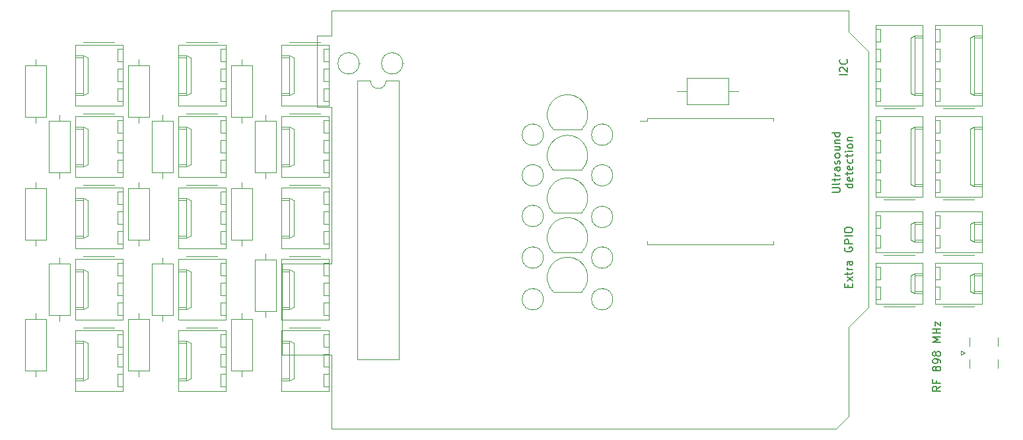
<source format=gto>
G04 #@! TF.GenerationSoftware,KiCad,Pcbnew,5.1.5+dfsg1-2build2*
G04 #@! TF.CreationDate,2020-11-09T00:10:50+01:00*
G04 #@! TF.ProjectId,motherboard,6d6f7468-6572-4626-9f61-72642e6b6963,rev?*
G04 #@! TF.SameCoordinates,Original*
G04 #@! TF.FileFunction,Legend,Top*
G04 #@! TF.FilePolarity,Positive*
%FSLAX46Y46*%
G04 Gerber Fmt 4.6, Leading zero omitted, Abs format (unit mm)*
G04 Created by KiCad (PCBNEW 5.1.5+dfsg1-2build2) date 2020-11-09 00:10:50*
%MOMM*%
%LPD*%
G04 APERTURE LIST*
%ADD10C,0.150000*%
%ADD11C,0.120000*%
G04 APERTURE END LIST*
D10*
X112974380Y-99313523D02*
X112498190Y-99646857D01*
X112974380Y-99884952D02*
X111974380Y-99884952D01*
X111974380Y-99504000D01*
X112022000Y-99408761D01*
X112069619Y-99361142D01*
X112164857Y-99313523D01*
X112307714Y-99313523D01*
X112402952Y-99361142D01*
X112450571Y-99408761D01*
X112498190Y-99504000D01*
X112498190Y-99884952D01*
X112450571Y-98551619D02*
X112450571Y-98884952D01*
X112974380Y-98884952D02*
X111974380Y-98884952D01*
X111974380Y-98408761D01*
X112402952Y-97123047D02*
X112355333Y-97218285D01*
X112307714Y-97265904D01*
X112212476Y-97313523D01*
X112164857Y-97313523D01*
X112069619Y-97265904D01*
X112022000Y-97218285D01*
X111974380Y-97123047D01*
X111974380Y-96932571D01*
X112022000Y-96837333D01*
X112069619Y-96789714D01*
X112164857Y-96742095D01*
X112212476Y-96742095D01*
X112307714Y-96789714D01*
X112355333Y-96837333D01*
X112402952Y-96932571D01*
X112402952Y-97123047D01*
X112450571Y-97218285D01*
X112498190Y-97265904D01*
X112593428Y-97313523D01*
X112783904Y-97313523D01*
X112879142Y-97265904D01*
X112926761Y-97218285D01*
X112974380Y-97123047D01*
X112974380Y-96932571D01*
X112926761Y-96837333D01*
X112879142Y-96789714D01*
X112783904Y-96742095D01*
X112593428Y-96742095D01*
X112498190Y-96789714D01*
X112450571Y-96837333D01*
X112402952Y-96932571D01*
X112974380Y-96265904D02*
X112974380Y-96075428D01*
X112926761Y-95980190D01*
X112879142Y-95932571D01*
X112736285Y-95837333D01*
X112545809Y-95789714D01*
X112164857Y-95789714D01*
X112069619Y-95837333D01*
X112022000Y-95884952D01*
X111974380Y-95980190D01*
X111974380Y-96170666D01*
X112022000Y-96265904D01*
X112069619Y-96313523D01*
X112164857Y-96361142D01*
X112402952Y-96361142D01*
X112498190Y-96313523D01*
X112545809Y-96265904D01*
X112593428Y-96170666D01*
X112593428Y-95980190D01*
X112545809Y-95884952D01*
X112498190Y-95837333D01*
X112402952Y-95789714D01*
X112402952Y-95218285D02*
X112355333Y-95313523D01*
X112307714Y-95361142D01*
X112212476Y-95408761D01*
X112164857Y-95408761D01*
X112069619Y-95361142D01*
X112022000Y-95313523D01*
X111974380Y-95218285D01*
X111974380Y-95027809D01*
X112022000Y-94932571D01*
X112069619Y-94884952D01*
X112164857Y-94837333D01*
X112212476Y-94837333D01*
X112307714Y-94884952D01*
X112355333Y-94932571D01*
X112402952Y-95027809D01*
X112402952Y-95218285D01*
X112450571Y-95313523D01*
X112498190Y-95361142D01*
X112593428Y-95408761D01*
X112783904Y-95408761D01*
X112879142Y-95361142D01*
X112926761Y-95313523D01*
X112974380Y-95218285D01*
X112974380Y-95027809D01*
X112926761Y-94932571D01*
X112879142Y-94884952D01*
X112783904Y-94837333D01*
X112593428Y-94837333D01*
X112498190Y-94884952D01*
X112450571Y-94932571D01*
X112402952Y-95027809D01*
X112974380Y-93646857D02*
X111974380Y-93646857D01*
X112688666Y-93313523D01*
X111974380Y-92980190D01*
X112974380Y-92980190D01*
X112974380Y-92504000D02*
X111974380Y-92504000D01*
X112450571Y-92504000D02*
X112450571Y-91932571D01*
X112974380Y-91932571D02*
X111974380Y-91932571D01*
X112307714Y-91551619D02*
X112307714Y-91027809D01*
X112974380Y-91551619D01*
X112974380Y-91027809D01*
X101036380Y-59396190D02*
X100036380Y-59396190D01*
X100131619Y-58967619D02*
X100084000Y-58920000D01*
X100036380Y-58824761D01*
X100036380Y-58586666D01*
X100084000Y-58491428D01*
X100131619Y-58443809D01*
X100226857Y-58396190D01*
X100322095Y-58396190D01*
X100464952Y-58443809D01*
X101036380Y-59015238D01*
X101036380Y-58396190D01*
X100941142Y-57396190D02*
X100988761Y-57443809D01*
X101036380Y-57586666D01*
X101036380Y-57681904D01*
X100988761Y-57824761D01*
X100893523Y-57920000D01*
X100798285Y-57967619D01*
X100607809Y-58015238D01*
X100464952Y-58015238D01*
X100274476Y-57967619D01*
X100179238Y-57920000D01*
X100084000Y-57824761D01*
X100036380Y-57681904D01*
X100036380Y-57586666D01*
X100084000Y-57443809D01*
X100131619Y-57396190D01*
X99084380Y-74421523D02*
X99893904Y-74421523D01*
X99989142Y-74373904D01*
X100036761Y-74326285D01*
X100084380Y-74231047D01*
X100084380Y-74040571D01*
X100036761Y-73945333D01*
X99989142Y-73897714D01*
X99893904Y-73850095D01*
X99084380Y-73850095D01*
X100084380Y-73231047D02*
X100036761Y-73326285D01*
X99941523Y-73373904D01*
X99084380Y-73373904D01*
X99417714Y-72992952D02*
X99417714Y-72612000D01*
X99084380Y-72850095D02*
X99941523Y-72850095D01*
X100036761Y-72802476D01*
X100084380Y-72707238D01*
X100084380Y-72612000D01*
X100084380Y-72278666D02*
X99417714Y-72278666D01*
X99608190Y-72278666D02*
X99512952Y-72231047D01*
X99465333Y-72183428D01*
X99417714Y-72088190D01*
X99417714Y-71992952D01*
X100084380Y-71231047D02*
X99560571Y-71231047D01*
X99465333Y-71278666D01*
X99417714Y-71373904D01*
X99417714Y-71564380D01*
X99465333Y-71659619D01*
X100036761Y-71231047D02*
X100084380Y-71326285D01*
X100084380Y-71564380D01*
X100036761Y-71659619D01*
X99941523Y-71707238D01*
X99846285Y-71707238D01*
X99751047Y-71659619D01*
X99703428Y-71564380D01*
X99703428Y-71326285D01*
X99655809Y-71231047D01*
X100036761Y-70802476D02*
X100084380Y-70707238D01*
X100084380Y-70516761D01*
X100036761Y-70421523D01*
X99941523Y-70373904D01*
X99893904Y-70373904D01*
X99798666Y-70421523D01*
X99751047Y-70516761D01*
X99751047Y-70659619D01*
X99703428Y-70754857D01*
X99608190Y-70802476D01*
X99560571Y-70802476D01*
X99465333Y-70754857D01*
X99417714Y-70659619D01*
X99417714Y-70516761D01*
X99465333Y-70421523D01*
X100084380Y-69802476D02*
X100036761Y-69897714D01*
X99989142Y-69945333D01*
X99893904Y-69992952D01*
X99608190Y-69992952D01*
X99512952Y-69945333D01*
X99465333Y-69897714D01*
X99417714Y-69802476D01*
X99417714Y-69659619D01*
X99465333Y-69564380D01*
X99512952Y-69516761D01*
X99608190Y-69469142D01*
X99893904Y-69469142D01*
X99989142Y-69516761D01*
X100036761Y-69564380D01*
X100084380Y-69659619D01*
X100084380Y-69802476D01*
X99417714Y-68612000D02*
X100084380Y-68612000D01*
X99417714Y-69040571D02*
X99941523Y-69040571D01*
X100036761Y-68992952D01*
X100084380Y-68897714D01*
X100084380Y-68754857D01*
X100036761Y-68659619D01*
X99989142Y-68612000D01*
X99417714Y-68135809D02*
X100084380Y-68135809D01*
X99512952Y-68135809D02*
X99465333Y-68088190D01*
X99417714Y-67992952D01*
X99417714Y-67850095D01*
X99465333Y-67754857D01*
X99560571Y-67707238D01*
X100084380Y-67707238D01*
X100084380Y-66802476D02*
X99084380Y-66802476D01*
X100036761Y-66802476D02*
X100084380Y-66897714D01*
X100084380Y-67088190D01*
X100036761Y-67183428D01*
X99989142Y-67231047D01*
X99893904Y-67278666D01*
X99608190Y-67278666D01*
X99512952Y-67231047D01*
X99465333Y-67183428D01*
X99417714Y-67088190D01*
X99417714Y-66897714D01*
X99465333Y-66802476D01*
X101734380Y-73397714D02*
X100734380Y-73397714D01*
X101686761Y-73397714D02*
X101734380Y-73492952D01*
X101734380Y-73683428D01*
X101686761Y-73778666D01*
X101639142Y-73826285D01*
X101543904Y-73873904D01*
X101258190Y-73873904D01*
X101162952Y-73826285D01*
X101115333Y-73778666D01*
X101067714Y-73683428D01*
X101067714Y-73492952D01*
X101115333Y-73397714D01*
X101686761Y-72540571D02*
X101734380Y-72635809D01*
X101734380Y-72826285D01*
X101686761Y-72921523D01*
X101591523Y-72969142D01*
X101210571Y-72969142D01*
X101115333Y-72921523D01*
X101067714Y-72826285D01*
X101067714Y-72635809D01*
X101115333Y-72540571D01*
X101210571Y-72492952D01*
X101305809Y-72492952D01*
X101401047Y-72969142D01*
X101067714Y-72207238D02*
X101067714Y-71826285D01*
X100734380Y-72064380D02*
X101591523Y-72064380D01*
X101686761Y-72016761D01*
X101734380Y-71921523D01*
X101734380Y-71826285D01*
X101686761Y-71112000D02*
X101734380Y-71207238D01*
X101734380Y-71397714D01*
X101686761Y-71492952D01*
X101591523Y-71540571D01*
X101210571Y-71540571D01*
X101115333Y-71492952D01*
X101067714Y-71397714D01*
X101067714Y-71207238D01*
X101115333Y-71112000D01*
X101210571Y-71064380D01*
X101305809Y-71064380D01*
X101401047Y-71540571D01*
X101686761Y-70207238D02*
X101734380Y-70302476D01*
X101734380Y-70492952D01*
X101686761Y-70588190D01*
X101639142Y-70635809D01*
X101543904Y-70683428D01*
X101258190Y-70683428D01*
X101162952Y-70635809D01*
X101115333Y-70588190D01*
X101067714Y-70492952D01*
X101067714Y-70302476D01*
X101115333Y-70207238D01*
X101067714Y-69921523D02*
X101067714Y-69540571D01*
X100734380Y-69778666D02*
X101591523Y-69778666D01*
X101686761Y-69731047D01*
X101734380Y-69635809D01*
X101734380Y-69540571D01*
X101734380Y-69207238D02*
X101067714Y-69207238D01*
X100734380Y-69207238D02*
X100782000Y-69254857D01*
X100829619Y-69207238D01*
X100782000Y-69159619D01*
X100734380Y-69207238D01*
X100829619Y-69207238D01*
X101734380Y-68588190D02*
X101686761Y-68683428D01*
X101639142Y-68731047D01*
X101543904Y-68778666D01*
X101258190Y-68778666D01*
X101162952Y-68731047D01*
X101115333Y-68683428D01*
X101067714Y-68588190D01*
X101067714Y-68445333D01*
X101115333Y-68350095D01*
X101162952Y-68302476D01*
X101258190Y-68254857D01*
X101543904Y-68254857D01*
X101639142Y-68302476D01*
X101686761Y-68350095D01*
X101734380Y-68445333D01*
X101734380Y-68588190D01*
X101067714Y-67826285D02*
X101734380Y-67826285D01*
X101162952Y-67826285D02*
X101115333Y-67778666D01*
X101067714Y-67683428D01*
X101067714Y-67540571D01*
X101115333Y-67445333D01*
X101210571Y-67397714D01*
X101734380Y-67397714D01*
X101147571Y-86613523D02*
X101147571Y-86280190D01*
X101671380Y-86137333D02*
X101671380Y-86613523D01*
X100671380Y-86613523D01*
X100671380Y-86137333D01*
X101671380Y-85804000D02*
X101004714Y-85280190D01*
X101004714Y-85804000D02*
X101671380Y-85280190D01*
X101004714Y-85042095D02*
X101004714Y-84661142D01*
X100671380Y-84899238D02*
X101528523Y-84899238D01*
X101623761Y-84851619D01*
X101671380Y-84756380D01*
X101671380Y-84661142D01*
X101671380Y-84327809D02*
X101004714Y-84327809D01*
X101195190Y-84327809D02*
X101099952Y-84280190D01*
X101052333Y-84232571D01*
X101004714Y-84137333D01*
X101004714Y-84042095D01*
X101671380Y-83280190D02*
X101147571Y-83280190D01*
X101052333Y-83327809D01*
X101004714Y-83423047D01*
X101004714Y-83613523D01*
X101052333Y-83708761D01*
X101623761Y-83280190D02*
X101671380Y-83375428D01*
X101671380Y-83613523D01*
X101623761Y-83708761D01*
X101528523Y-83756380D01*
X101433285Y-83756380D01*
X101338047Y-83708761D01*
X101290428Y-83613523D01*
X101290428Y-83375428D01*
X101242809Y-83280190D01*
X100719000Y-81518285D02*
X100671380Y-81613523D01*
X100671380Y-81756380D01*
X100719000Y-81899238D01*
X100814238Y-81994476D01*
X100909476Y-82042095D01*
X101099952Y-82089714D01*
X101242809Y-82089714D01*
X101433285Y-82042095D01*
X101528523Y-81994476D01*
X101623761Y-81899238D01*
X101671380Y-81756380D01*
X101671380Y-81661142D01*
X101623761Y-81518285D01*
X101576142Y-81470666D01*
X101242809Y-81470666D01*
X101242809Y-81661142D01*
X101671380Y-81042095D02*
X100671380Y-81042095D01*
X100671380Y-80661142D01*
X100719000Y-80565904D01*
X100766619Y-80518285D01*
X100861857Y-80470666D01*
X101004714Y-80470666D01*
X101099952Y-80518285D01*
X101147571Y-80565904D01*
X101195190Y-80661142D01*
X101195190Y-81042095D01*
X101671380Y-80042095D02*
X100671380Y-80042095D01*
X100671380Y-79375428D02*
X100671380Y-79184952D01*
X100719000Y-79089714D01*
X100814238Y-78994476D01*
X101004714Y-78946857D01*
X101338047Y-78946857D01*
X101528523Y-78994476D01*
X101623761Y-79089714D01*
X101671380Y-79184952D01*
X101671380Y-79375428D01*
X101623761Y-79470666D01*
X101528523Y-79565904D01*
X101338047Y-79613523D01*
X101004714Y-79613523D01*
X100814238Y-79565904D01*
X100719000Y-79470666D01*
X100671380Y-79375428D01*
D11*
X101222000Y-91698000D02*
X103762000Y-89158000D01*
X101222000Y-103128000D02*
X101222000Y-91698000D01*
X99572000Y-104778000D02*
X101222000Y-103128000D01*
X34922000Y-104778000D02*
X99572000Y-104778000D01*
X34922000Y-95248000D02*
X34922000Y-104778000D01*
X28572000Y-95248000D02*
X34922000Y-95248000D01*
X28572000Y-83568000D02*
X28572000Y-95248000D01*
X34922000Y-83568000D02*
X28572000Y-83568000D01*
X34922000Y-63498000D02*
X34922000Y-83568000D01*
X33022000Y-63498000D02*
X34922000Y-63498000D01*
X33022000Y-54358000D02*
X33022000Y-63498000D01*
X34922000Y-54358000D02*
X33022000Y-54358000D01*
X34922000Y-51178000D02*
X34922000Y-54358000D01*
X101222000Y-51178000D02*
X34922000Y-51178000D01*
X101222000Y-53848000D02*
X101222000Y-51178000D01*
X103762000Y-56388000D02*
X101222000Y-53848000D01*
X103762000Y-89158000D02*
X103762000Y-56388000D01*
X60706000Y-70893000D02*
X60706000Y-70823000D01*
X62076000Y-72263000D02*
G75*
G03X62076000Y-72263000I-1370000J0D01*
G01*
X60706000Y-65686000D02*
X60706000Y-65616000D01*
X62076000Y-67056000D02*
G75*
G03X62076000Y-67056000I-1370000J0D01*
G01*
X44042000Y-57912000D02*
G75*
G03X44042000Y-57912000I-1370000J0D01*
G01*
X44042000Y-57912000D02*
X44112000Y-57912000D01*
X80435000Y-59798000D02*
X80435000Y-63138000D01*
X80435000Y-63138000D02*
X85775000Y-63138000D01*
X85775000Y-63138000D02*
X85775000Y-59798000D01*
X85775000Y-59798000D02*
X80435000Y-59798000D01*
X79145000Y-61468000D02*
X80435000Y-61468000D01*
X87065000Y-61468000D02*
X85775000Y-61468000D01*
X105266000Y-77432000D02*
X104666000Y-77432000D01*
X105266000Y-79032000D02*
X105266000Y-77432000D01*
X104666000Y-79032000D02*
X105266000Y-79032000D01*
X105266000Y-79972000D02*
X104666000Y-79972000D01*
X105266000Y-81572000D02*
X105266000Y-79972000D01*
X104666000Y-81572000D02*
X105266000Y-81572000D01*
X110686000Y-78482000D02*
X109686000Y-78482000D01*
X110686000Y-80522000D02*
X109686000Y-80522000D01*
X109156000Y-78482000D02*
X109686000Y-78232000D01*
X109156000Y-80522000D02*
X109156000Y-78482000D01*
X109686000Y-80772000D02*
X109156000Y-80522000D01*
X109686000Y-78232000D02*
X110686000Y-78232000D01*
X109686000Y-80772000D02*
X109686000Y-78232000D01*
X110686000Y-80772000D02*
X109686000Y-80772000D01*
X105696000Y-82442000D02*
X109696000Y-82442000D01*
X104666000Y-76852000D02*
X104666000Y-82152000D01*
X110686000Y-76852000D02*
X104666000Y-76852000D01*
X110686000Y-82152000D02*
X110686000Y-76852000D01*
X104666000Y-82152000D02*
X110686000Y-82152000D01*
X105266000Y-53556000D02*
X104666000Y-53556000D01*
X105266000Y-55156000D02*
X105266000Y-53556000D01*
X104666000Y-55156000D02*
X105266000Y-55156000D01*
X105266000Y-56096000D02*
X104666000Y-56096000D01*
X105266000Y-57696000D02*
X105266000Y-56096000D01*
X104666000Y-57696000D02*
X105266000Y-57696000D01*
X105266000Y-58636000D02*
X104666000Y-58636000D01*
X105266000Y-60236000D02*
X105266000Y-58636000D01*
X104666000Y-60236000D02*
X105266000Y-60236000D01*
X105266000Y-61176000D02*
X104666000Y-61176000D01*
X105266000Y-62776000D02*
X105266000Y-61176000D01*
X104666000Y-62776000D02*
X105266000Y-62776000D01*
X110686000Y-54606000D02*
X109686000Y-54606000D01*
X110686000Y-61726000D02*
X109686000Y-61726000D01*
X109156000Y-54606000D02*
X109686000Y-54356000D01*
X109156000Y-61726000D02*
X109156000Y-54606000D01*
X109686000Y-61976000D02*
X109156000Y-61726000D01*
X109686000Y-54356000D02*
X110686000Y-54356000D01*
X109686000Y-61976000D02*
X109686000Y-54356000D01*
X110686000Y-61976000D02*
X109686000Y-61976000D01*
X105696000Y-63646000D02*
X109696000Y-63646000D01*
X104666000Y-52976000D02*
X104666000Y-63356000D01*
X110686000Y-52976000D02*
X104666000Y-52976000D01*
X110686000Y-63356000D02*
X110686000Y-52976000D01*
X104666000Y-63356000D02*
X110686000Y-63356000D01*
X112286000Y-82152000D02*
X118306000Y-82152000D01*
X118306000Y-82152000D02*
X118306000Y-76852000D01*
X118306000Y-76852000D02*
X112286000Y-76852000D01*
X112286000Y-76852000D02*
X112286000Y-82152000D01*
X113316000Y-82442000D02*
X117316000Y-82442000D01*
X118306000Y-80772000D02*
X117306000Y-80772000D01*
X117306000Y-80772000D02*
X117306000Y-78232000D01*
X117306000Y-78232000D02*
X118306000Y-78232000D01*
X117306000Y-80772000D02*
X116776000Y-80522000D01*
X116776000Y-80522000D02*
X116776000Y-78482000D01*
X116776000Y-78482000D02*
X117306000Y-78232000D01*
X118306000Y-80522000D02*
X117306000Y-80522000D01*
X118306000Y-78482000D02*
X117306000Y-78482000D01*
X112286000Y-81572000D02*
X112886000Y-81572000D01*
X112886000Y-81572000D02*
X112886000Y-79972000D01*
X112886000Y-79972000D02*
X112286000Y-79972000D01*
X112286000Y-79032000D02*
X112886000Y-79032000D01*
X112886000Y-79032000D02*
X112886000Y-77432000D01*
X112886000Y-77432000D02*
X112286000Y-77432000D01*
X112286000Y-63356000D02*
X118306000Y-63356000D01*
X118306000Y-63356000D02*
X118306000Y-52976000D01*
X118306000Y-52976000D02*
X112286000Y-52976000D01*
X112286000Y-52976000D02*
X112286000Y-63356000D01*
X113316000Y-63646000D02*
X117316000Y-63646000D01*
X118306000Y-61976000D02*
X117306000Y-61976000D01*
X117306000Y-61976000D02*
X117306000Y-54356000D01*
X117306000Y-54356000D02*
X118306000Y-54356000D01*
X117306000Y-61976000D02*
X116776000Y-61726000D01*
X116776000Y-61726000D02*
X116776000Y-54606000D01*
X116776000Y-54606000D02*
X117306000Y-54356000D01*
X118306000Y-61726000D02*
X117306000Y-61726000D01*
X118306000Y-54606000D02*
X117306000Y-54606000D01*
X112286000Y-62776000D02*
X112886000Y-62776000D01*
X112886000Y-62776000D02*
X112886000Y-61176000D01*
X112886000Y-61176000D02*
X112286000Y-61176000D01*
X112286000Y-60236000D02*
X112886000Y-60236000D01*
X112886000Y-60236000D02*
X112886000Y-58636000D01*
X112886000Y-58636000D02*
X112286000Y-58636000D01*
X112286000Y-57696000D02*
X112886000Y-57696000D01*
X112886000Y-57696000D02*
X112886000Y-56096000D01*
X112886000Y-56096000D02*
X112286000Y-56096000D01*
X112286000Y-55156000D02*
X112886000Y-55156000D01*
X112886000Y-55156000D02*
X112886000Y-53556000D01*
X112886000Y-53556000D02*
X112286000Y-53556000D01*
X105266000Y-84036000D02*
X104666000Y-84036000D01*
X105266000Y-85636000D02*
X105266000Y-84036000D01*
X104666000Y-85636000D02*
X105266000Y-85636000D01*
X105266000Y-86576000D02*
X104666000Y-86576000D01*
X105266000Y-88176000D02*
X105266000Y-86576000D01*
X104666000Y-88176000D02*
X105266000Y-88176000D01*
X110686000Y-85086000D02*
X109686000Y-85086000D01*
X110686000Y-87126000D02*
X109686000Y-87126000D01*
X109156000Y-85086000D02*
X109686000Y-84836000D01*
X109156000Y-87126000D02*
X109156000Y-85086000D01*
X109686000Y-87376000D02*
X109156000Y-87126000D01*
X109686000Y-84836000D02*
X110686000Y-84836000D01*
X109686000Y-87376000D02*
X109686000Y-84836000D01*
X110686000Y-87376000D02*
X109686000Y-87376000D01*
X105696000Y-89046000D02*
X109696000Y-89046000D01*
X104666000Y-83456000D02*
X104666000Y-88756000D01*
X110686000Y-83456000D02*
X104666000Y-83456000D01*
X110686000Y-88756000D02*
X110686000Y-83456000D01*
X104666000Y-88756000D02*
X110686000Y-88756000D01*
X115604000Y-95246000D02*
X116104000Y-94996000D01*
X115604000Y-94746000D02*
X115604000Y-95246000D01*
X116104000Y-94996000D02*
X115604000Y-94746000D01*
X120364000Y-96946000D02*
X120364000Y-95836000D01*
X120364000Y-94156000D02*
X120364000Y-93046000D01*
X116654000Y-96946000D02*
X116654000Y-95836000D01*
X116654000Y-94156000D02*
X116654000Y-93046000D01*
X104666000Y-75040000D02*
X110686000Y-75040000D01*
X110686000Y-75040000D02*
X110686000Y-64660000D01*
X110686000Y-64660000D02*
X104666000Y-64660000D01*
X104666000Y-64660000D02*
X104666000Y-75040000D01*
X105696000Y-75330000D02*
X109696000Y-75330000D01*
X110686000Y-73660000D02*
X109686000Y-73660000D01*
X109686000Y-73660000D02*
X109686000Y-66040000D01*
X109686000Y-66040000D02*
X110686000Y-66040000D01*
X109686000Y-73660000D02*
X109156000Y-73410000D01*
X109156000Y-73410000D02*
X109156000Y-66290000D01*
X109156000Y-66290000D02*
X109686000Y-66040000D01*
X110686000Y-73410000D02*
X109686000Y-73410000D01*
X110686000Y-66290000D02*
X109686000Y-66290000D01*
X104666000Y-74460000D02*
X105266000Y-74460000D01*
X105266000Y-74460000D02*
X105266000Y-72860000D01*
X105266000Y-72860000D02*
X104666000Y-72860000D01*
X104666000Y-71920000D02*
X105266000Y-71920000D01*
X105266000Y-71920000D02*
X105266000Y-70320000D01*
X105266000Y-70320000D02*
X104666000Y-70320000D01*
X104666000Y-69380000D02*
X105266000Y-69380000D01*
X105266000Y-69380000D02*
X105266000Y-67780000D01*
X105266000Y-67780000D02*
X104666000Y-67780000D01*
X104666000Y-66840000D02*
X105266000Y-66840000D01*
X105266000Y-66840000D02*
X105266000Y-65240000D01*
X105266000Y-65240000D02*
X104666000Y-65240000D01*
X112286000Y-88756000D02*
X118306000Y-88756000D01*
X118306000Y-88756000D02*
X118306000Y-83456000D01*
X118306000Y-83456000D02*
X112286000Y-83456000D01*
X112286000Y-83456000D02*
X112286000Y-88756000D01*
X113316000Y-89046000D02*
X117316000Y-89046000D01*
X118306000Y-87376000D02*
X117306000Y-87376000D01*
X117306000Y-87376000D02*
X117306000Y-84836000D01*
X117306000Y-84836000D02*
X118306000Y-84836000D01*
X117306000Y-87376000D02*
X116776000Y-87126000D01*
X116776000Y-87126000D02*
X116776000Y-85086000D01*
X116776000Y-85086000D02*
X117306000Y-84836000D01*
X118306000Y-87126000D02*
X117306000Y-87126000D01*
X118306000Y-85086000D02*
X117306000Y-85086000D01*
X112286000Y-88176000D02*
X112886000Y-88176000D01*
X112886000Y-88176000D02*
X112886000Y-86576000D01*
X112886000Y-86576000D02*
X112286000Y-86576000D01*
X112286000Y-85636000D02*
X112886000Y-85636000D01*
X112886000Y-85636000D02*
X112886000Y-84036000D01*
X112886000Y-84036000D02*
X112286000Y-84036000D01*
X112886000Y-65240000D02*
X112286000Y-65240000D01*
X112886000Y-66840000D02*
X112886000Y-65240000D01*
X112286000Y-66840000D02*
X112886000Y-66840000D01*
X112886000Y-67780000D02*
X112286000Y-67780000D01*
X112886000Y-69380000D02*
X112886000Y-67780000D01*
X112286000Y-69380000D02*
X112886000Y-69380000D01*
X112886000Y-70320000D02*
X112286000Y-70320000D01*
X112886000Y-71920000D02*
X112886000Y-70320000D01*
X112286000Y-71920000D02*
X112886000Y-71920000D01*
X112886000Y-72860000D02*
X112286000Y-72860000D01*
X112886000Y-74460000D02*
X112886000Y-72860000D01*
X112286000Y-74460000D02*
X112886000Y-74460000D01*
X118306000Y-66290000D02*
X117306000Y-66290000D01*
X118306000Y-73410000D02*
X117306000Y-73410000D01*
X116776000Y-66290000D02*
X117306000Y-66040000D01*
X116776000Y-73410000D02*
X116776000Y-66290000D01*
X117306000Y-73660000D02*
X116776000Y-73410000D01*
X117306000Y-66040000D02*
X118306000Y-66040000D01*
X117306000Y-73660000D02*
X117306000Y-66040000D01*
X118306000Y-73660000D02*
X117306000Y-73660000D01*
X113316000Y-75330000D02*
X117316000Y-75330000D01*
X112286000Y-64660000D02*
X112286000Y-75040000D01*
X118306000Y-64660000D02*
X112286000Y-64660000D01*
X118306000Y-75040000D02*
X118306000Y-64660000D01*
X112286000Y-75040000D02*
X118306000Y-75040000D01*
X8110000Y-73804000D02*
X2090000Y-73804000D01*
X2090000Y-73804000D02*
X2090000Y-81644000D01*
X2090000Y-81644000D02*
X8110000Y-81644000D01*
X8110000Y-81644000D02*
X8110000Y-73804000D01*
X7080000Y-73514000D02*
X3080000Y-73514000D01*
X2090000Y-75184000D02*
X3090000Y-75184000D01*
X3090000Y-75184000D02*
X3090000Y-80264000D01*
X3090000Y-80264000D02*
X2090000Y-80264000D01*
X3090000Y-75184000D02*
X3620000Y-75434000D01*
X3620000Y-75434000D02*
X3620000Y-80014000D01*
X3620000Y-80014000D02*
X3090000Y-80264000D01*
X2090000Y-75434000D02*
X3090000Y-75434000D01*
X2090000Y-80014000D02*
X3090000Y-80014000D01*
X8110000Y-74384000D02*
X7510000Y-74384000D01*
X7510000Y-74384000D02*
X7510000Y-75984000D01*
X7510000Y-75984000D02*
X8110000Y-75984000D01*
X8110000Y-76924000D02*
X7510000Y-76924000D01*
X7510000Y-76924000D02*
X7510000Y-78524000D01*
X7510000Y-78524000D02*
X8110000Y-78524000D01*
X8110000Y-79464000D02*
X7510000Y-79464000D01*
X7510000Y-79464000D02*
X7510000Y-81064000D01*
X7510000Y-81064000D02*
X8110000Y-81064000D01*
X33926000Y-62776000D02*
X34526000Y-62776000D01*
X33926000Y-61176000D02*
X33926000Y-62776000D01*
X34526000Y-61176000D02*
X33926000Y-61176000D01*
X33926000Y-60236000D02*
X34526000Y-60236000D01*
X33926000Y-58636000D02*
X33926000Y-60236000D01*
X34526000Y-58636000D02*
X33926000Y-58636000D01*
X33926000Y-57696000D02*
X34526000Y-57696000D01*
X33926000Y-56096000D02*
X33926000Y-57696000D01*
X34526000Y-56096000D02*
X33926000Y-56096000D01*
X28506000Y-61726000D02*
X29506000Y-61726000D01*
X28506000Y-57146000D02*
X29506000Y-57146000D01*
X30036000Y-61726000D02*
X29506000Y-61976000D01*
X30036000Y-57146000D02*
X30036000Y-61726000D01*
X29506000Y-56896000D02*
X30036000Y-57146000D01*
X29506000Y-61976000D02*
X28506000Y-61976000D01*
X29506000Y-56896000D02*
X29506000Y-61976000D01*
X28506000Y-56896000D02*
X29506000Y-56896000D01*
X33496000Y-55226000D02*
X29496000Y-55226000D01*
X34526000Y-63356000D02*
X34526000Y-55516000D01*
X28506000Y-63356000D02*
X34526000Y-63356000D01*
X28506000Y-55516000D02*
X28506000Y-63356000D01*
X34526000Y-55516000D02*
X28506000Y-55516000D01*
X21318000Y-64660000D02*
X15298000Y-64660000D01*
X15298000Y-64660000D02*
X15298000Y-72500000D01*
X15298000Y-72500000D02*
X21318000Y-72500000D01*
X21318000Y-72500000D02*
X21318000Y-64660000D01*
X20288000Y-64370000D02*
X16288000Y-64370000D01*
X15298000Y-66040000D02*
X16298000Y-66040000D01*
X16298000Y-66040000D02*
X16298000Y-71120000D01*
X16298000Y-71120000D02*
X15298000Y-71120000D01*
X16298000Y-66040000D02*
X16828000Y-66290000D01*
X16828000Y-66290000D02*
X16828000Y-70870000D01*
X16828000Y-70870000D02*
X16298000Y-71120000D01*
X15298000Y-66290000D02*
X16298000Y-66290000D01*
X15298000Y-70870000D02*
X16298000Y-70870000D01*
X21318000Y-65240000D02*
X20718000Y-65240000D01*
X20718000Y-65240000D02*
X20718000Y-66840000D01*
X20718000Y-66840000D02*
X21318000Y-66840000D01*
X21318000Y-67780000D02*
X20718000Y-67780000D01*
X20718000Y-67780000D02*
X20718000Y-69380000D01*
X20718000Y-69380000D02*
X21318000Y-69380000D01*
X21318000Y-70320000D02*
X20718000Y-70320000D01*
X20718000Y-70320000D02*
X20718000Y-71920000D01*
X20718000Y-71920000D02*
X21318000Y-71920000D01*
X8110000Y-64660000D02*
X2090000Y-64660000D01*
X2090000Y-64660000D02*
X2090000Y-72500000D01*
X2090000Y-72500000D02*
X8110000Y-72500000D01*
X8110000Y-72500000D02*
X8110000Y-64660000D01*
X7080000Y-64370000D02*
X3080000Y-64370000D01*
X2090000Y-66040000D02*
X3090000Y-66040000D01*
X3090000Y-66040000D02*
X3090000Y-71120000D01*
X3090000Y-71120000D02*
X2090000Y-71120000D01*
X3090000Y-66040000D02*
X3620000Y-66290000D01*
X3620000Y-66290000D02*
X3620000Y-70870000D01*
X3620000Y-70870000D02*
X3090000Y-71120000D01*
X2090000Y-66290000D02*
X3090000Y-66290000D01*
X2090000Y-70870000D02*
X3090000Y-70870000D01*
X8110000Y-65240000D02*
X7510000Y-65240000D01*
X7510000Y-65240000D02*
X7510000Y-66840000D01*
X7510000Y-66840000D02*
X8110000Y-66840000D01*
X8110000Y-67780000D02*
X7510000Y-67780000D01*
X7510000Y-67780000D02*
X7510000Y-69380000D01*
X7510000Y-69380000D02*
X8110000Y-69380000D01*
X8110000Y-70320000D02*
X7510000Y-70320000D01*
X7510000Y-70320000D02*
X7510000Y-71920000D01*
X7510000Y-71920000D02*
X8110000Y-71920000D01*
X20718000Y-62776000D02*
X21318000Y-62776000D01*
X20718000Y-61176000D02*
X20718000Y-62776000D01*
X21318000Y-61176000D02*
X20718000Y-61176000D01*
X20718000Y-60236000D02*
X21318000Y-60236000D01*
X20718000Y-58636000D02*
X20718000Y-60236000D01*
X21318000Y-58636000D02*
X20718000Y-58636000D01*
X20718000Y-57696000D02*
X21318000Y-57696000D01*
X20718000Y-56096000D02*
X20718000Y-57696000D01*
X21318000Y-56096000D02*
X20718000Y-56096000D01*
X15298000Y-61726000D02*
X16298000Y-61726000D01*
X15298000Y-57146000D02*
X16298000Y-57146000D01*
X16828000Y-61726000D02*
X16298000Y-61976000D01*
X16828000Y-57146000D02*
X16828000Y-61726000D01*
X16298000Y-56896000D02*
X16828000Y-57146000D01*
X16298000Y-61976000D02*
X15298000Y-61976000D01*
X16298000Y-56896000D02*
X16298000Y-61976000D01*
X15298000Y-56896000D02*
X16298000Y-56896000D01*
X20288000Y-55226000D02*
X16288000Y-55226000D01*
X21318000Y-63356000D02*
X21318000Y-55516000D01*
X15298000Y-63356000D02*
X21318000Y-63356000D01*
X15298000Y-55516000D02*
X15298000Y-63356000D01*
X21318000Y-55516000D02*
X15298000Y-55516000D01*
X33926000Y-90208000D02*
X34526000Y-90208000D01*
X33926000Y-88608000D02*
X33926000Y-90208000D01*
X34526000Y-88608000D02*
X33926000Y-88608000D01*
X33926000Y-87668000D02*
X34526000Y-87668000D01*
X33926000Y-86068000D02*
X33926000Y-87668000D01*
X34526000Y-86068000D02*
X33926000Y-86068000D01*
X33926000Y-85128000D02*
X34526000Y-85128000D01*
X33926000Y-83528000D02*
X33926000Y-85128000D01*
X34526000Y-83528000D02*
X33926000Y-83528000D01*
X28506000Y-89158000D02*
X29506000Y-89158000D01*
X28506000Y-84578000D02*
X29506000Y-84578000D01*
X30036000Y-89158000D02*
X29506000Y-89408000D01*
X30036000Y-84578000D02*
X30036000Y-89158000D01*
X29506000Y-84328000D02*
X30036000Y-84578000D01*
X29506000Y-89408000D02*
X28506000Y-89408000D01*
X29506000Y-84328000D02*
X29506000Y-89408000D01*
X28506000Y-84328000D02*
X29506000Y-84328000D01*
X33496000Y-82658000D02*
X29496000Y-82658000D01*
X34526000Y-90788000D02*
X34526000Y-82948000D01*
X28506000Y-90788000D02*
X34526000Y-90788000D01*
X28506000Y-82948000D02*
X28506000Y-90788000D01*
X34526000Y-82948000D02*
X28506000Y-82948000D01*
X21318000Y-82948000D02*
X15298000Y-82948000D01*
X15298000Y-82948000D02*
X15298000Y-90788000D01*
X15298000Y-90788000D02*
X21318000Y-90788000D01*
X21318000Y-90788000D02*
X21318000Y-82948000D01*
X20288000Y-82658000D02*
X16288000Y-82658000D01*
X15298000Y-84328000D02*
X16298000Y-84328000D01*
X16298000Y-84328000D02*
X16298000Y-89408000D01*
X16298000Y-89408000D02*
X15298000Y-89408000D01*
X16298000Y-84328000D02*
X16828000Y-84578000D01*
X16828000Y-84578000D02*
X16828000Y-89158000D01*
X16828000Y-89158000D02*
X16298000Y-89408000D01*
X15298000Y-84578000D02*
X16298000Y-84578000D01*
X15298000Y-89158000D02*
X16298000Y-89158000D01*
X21318000Y-83528000D02*
X20718000Y-83528000D01*
X20718000Y-83528000D02*
X20718000Y-85128000D01*
X20718000Y-85128000D02*
X21318000Y-85128000D01*
X21318000Y-86068000D02*
X20718000Y-86068000D01*
X20718000Y-86068000D02*
X20718000Y-87668000D01*
X20718000Y-87668000D02*
X21318000Y-87668000D01*
X21318000Y-88608000D02*
X20718000Y-88608000D01*
X20718000Y-88608000D02*
X20718000Y-90208000D01*
X20718000Y-90208000D02*
X21318000Y-90208000D01*
X8110000Y-55516000D02*
X2090000Y-55516000D01*
X2090000Y-55516000D02*
X2090000Y-63356000D01*
X2090000Y-63356000D02*
X8110000Y-63356000D01*
X8110000Y-63356000D02*
X8110000Y-55516000D01*
X7080000Y-55226000D02*
X3080000Y-55226000D01*
X2090000Y-56896000D02*
X3090000Y-56896000D01*
X3090000Y-56896000D02*
X3090000Y-61976000D01*
X3090000Y-61976000D02*
X2090000Y-61976000D01*
X3090000Y-56896000D02*
X3620000Y-57146000D01*
X3620000Y-57146000D02*
X3620000Y-61726000D01*
X3620000Y-61726000D02*
X3090000Y-61976000D01*
X2090000Y-57146000D02*
X3090000Y-57146000D01*
X2090000Y-61726000D02*
X3090000Y-61726000D01*
X8110000Y-56096000D02*
X7510000Y-56096000D01*
X7510000Y-56096000D02*
X7510000Y-57696000D01*
X7510000Y-57696000D02*
X8110000Y-57696000D01*
X8110000Y-58636000D02*
X7510000Y-58636000D01*
X7510000Y-58636000D02*
X7510000Y-60236000D01*
X7510000Y-60236000D02*
X8110000Y-60236000D01*
X8110000Y-61176000D02*
X7510000Y-61176000D01*
X7510000Y-61176000D02*
X7510000Y-62776000D01*
X7510000Y-62776000D02*
X8110000Y-62776000D01*
X33926000Y-81064000D02*
X34526000Y-81064000D01*
X33926000Y-79464000D02*
X33926000Y-81064000D01*
X34526000Y-79464000D02*
X33926000Y-79464000D01*
X33926000Y-78524000D02*
X34526000Y-78524000D01*
X33926000Y-76924000D02*
X33926000Y-78524000D01*
X34526000Y-76924000D02*
X33926000Y-76924000D01*
X33926000Y-75984000D02*
X34526000Y-75984000D01*
X33926000Y-74384000D02*
X33926000Y-75984000D01*
X34526000Y-74384000D02*
X33926000Y-74384000D01*
X28506000Y-80014000D02*
X29506000Y-80014000D01*
X28506000Y-75434000D02*
X29506000Y-75434000D01*
X30036000Y-80014000D02*
X29506000Y-80264000D01*
X30036000Y-75434000D02*
X30036000Y-80014000D01*
X29506000Y-75184000D02*
X30036000Y-75434000D01*
X29506000Y-80264000D02*
X28506000Y-80264000D01*
X29506000Y-75184000D02*
X29506000Y-80264000D01*
X28506000Y-75184000D02*
X29506000Y-75184000D01*
X33496000Y-73514000D02*
X29496000Y-73514000D01*
X34526000Y-81644000D02*
X34526000Y-73804000D01*
X28506000Y-81644000D02*
X34526000Y-81644000D01*
X28506000Y-73804000D02*
X28506000Y-81644000D01*
X34526000Y-73804000D02*
X28506000Y-73804000D01*
X20718000Y-81064000D02*
X21318000Y-81064000D01*
X20718000Y-79464000D02*
X20718000Y-81064000D01*
X21318000Y-79464000D02*
X20718000Y-79464000D01*
X20718000Y-78524000D02*
X21318000Y-78524000D01*
X20718000Y-76924000D02*
X20718000Y-78524000D01*
X21318000Y-76924000D02*
X20718000Y-76924000D01*
X20718000Y-75984000D02*
X21318000Y-75984000D01*
X20718000Y-74384000D02*
X20718000Y-75984000D01*
X21318000Y-74384000D02*
X20718000Y-74384000D01*
X15298000Y-80014000D02*
X16298000Y-80014000D01*
X15298000Y-75434000D02*
X16298000Y-75434000D01*
X16828000Y-80014000D02*
X16298000Y-80264000D01*
X16828000Y-75434000D02*
X16828000Y-80014000D01*
X16298000Y-75184000D02*
X16828000Y-75434000D01*
X16298000Y-80264000D02*
X15298000Y-80264000D01*
X16298000Y-75184000D02*
X16298000Y-80264000D01*
X15298000Y-75184000D02*
X16298000Y-75184000D01*
X20288000Y-73514000D02*
X16288000Y-73514000D01*
X21318000Y-81644000D02*
X21318000Y-73804000D01*
X15298000Y-81644000D02*
X21318000Y-81644000D01*
X15298000Y-73804000D02*
X15298000Y-81644000D01*
X21318000Y-73804000D02*
X15298000Y-73804000D01*
X7510000Y-90208000D02*
X8110000Y-90208000D01*
X7510000Y-88608000D02*
X7510000Y-90208000D01*
X8110000Y-88608000D02*
X7510000Y-88608000D01*
X7510000Y-87668000D02*
X8110000Y-87668000D01*
X7510000Y-86068000D02*
X7510000Y-87668000D01*
X8110000Y-86068000D02*
X7510000Y-86068000D01*
X7510000Y-85128000D02*
X8110000Y-85128000D01*
X7510000Y-83528000D02*
X7510000Y-85128000D01*
X8110000Y-83528000D02*
X7510000Y-83528000D01*
X2090000Y-89158000D02*
X3090000Y-89158000D01*
X2090000Y-84578000D02*
X3090000Y-84578000D01*
X3620000Y-89158000D02*
X3090000Y-89408000D01*
X3620000Y-84578000D02*
X3620000Y-89158000D01*
X3090000Y-84328000D02*
X3620000Y-84578000D01*
X3090000Y-89408000D02*
X2090000Y-89408000D01*
X3090000Y-84328000D02*
X3090000Y-89408000D01*
X2090000Y-84328000D02*
X3090000Y-84328000D01*
X7080000Y-82658000D02*
X3080000Y-82658000D01*
X8110000Y-90788000D02*
X8110000Y-82948000D01*
X2090000Y-90788000D02*
X8110000Y-90788000D01*
X2090000Y-82948000D02*
X2090000Y-90788000D01*
X8110000Y-82948000D02*
X2090000Y-82948000D01*
X34526000Y-64660000D02*
X28506000Y-64660000D01*
X28506000Y-64660000D02*
X28506000Y-72500000D01*
X28506000Y-72500000D02*
X34526000Y-72500000D01*
X34526000Y-72500000D02*
X34526000Y-64660000D01*
X33496000Y-64370000D02*
X29496000Y-64370000D01*
X28506000Y-66040000D02*
X29506000Y-66040000D01*
X29506000Y-66040000D02*
X29506000Y-71120000D01*
X29506000Y-71120000D02*
X28506000Y-71120000D01*
X29506000Y-66040000D02*
X30036000Y-66290000D01*
X30036000Y-66290000D02*
X30036000Y-70870000D01*
X30036000Y-70870000D02*
X29506000Y-71120000D01*
X28506000Y-66290000D02*
X29506000Y-66290000D01*
X28506000Y-70870000D02*
X29506000Y-70870000D01*
X34526000Y-65240000D02*
X33926000Y-65240000D01*
X33926000Y-65240000D02*
X33926000Y-66840000D01*
X33926000Y-66840000D02*
X34526000Y-66840000D01*
X34526000Y-67780000D02*
X33926000Y-67780000D01*
X33926000Y-67780000D02*
X33926000Y-69380000D01*
X33926000Y-69380000D02*
X34526000Y-69380000D01*
X34526000Y-70320000D02*
X33926000Y-70320000D01*
X33926000Y-70320000D02*
X33926000Y-71920000D01*
X33926000Y-71920000D02*
X34526000Y-71920000D01*
X66989478Y-82102478D02*
G75*
G03X65151000Y-77664000I-1838478J1838478D01*
G01*
X63312522Y-82102478D02*
G75*
G02X65151000Y-77664000I1838478J1838478D01*
G01*
X63351000Y-82114000D02*
X66951000Y-82114000D01*
X63351000Y-77034000D02*
X66951000Y-77034000D01*
X63312522Y-77022478D02*
G75*
G02X65151000Y-72584000I1838478J1838478D01*
G01*
X66989478Y-77022478D02*
G75*
G03X65151000Y-72584000I-1838478J1838478D01*
G01*
X66989478Y-71561478D02*
G75*
G03X65151000Y-67123000I-1838478J1838478D01*
G01*
X63312522Y-71561478D02*
G75*
G02X65151000Y-67123000I1838478J1838478D01*
G01*
X63351000Y-71573000D02*
X66951000Y-71573000D01*
X63351000Y-66366000D02*
X66951000Y-66366000D01*
X63312522Y-66354478D02*
G75*
G02X65151000Y-61916000I1838478J1838478D01*
G01*
X66989478Y-66354478D02*
G75*
G03X65151000Y-61916000I-1838478J1838478D01*
G01*
X63351000Y-87194000D02*
X66951000Y-87194000D01*
X63312522Y-87182478D02*
G75*
G02X65151000Y-82744000I1838478J1838478D01*
G01*
X66989478Y-87182478D02*
G75*
G03X65151000Y-82744000I-1838478J1838478D01*
G01*
X75339000Y-64925000D02*
X91539000Y-64925000D01*
X91539000Y-64925000D02*
X91539000Y-65325000D01*
X75339000Y-80725000D02*
X75339000Y-81125000D01*
X75339000Y-81125000D02*
X91539000Y-81125000D01*
X91539000Y-81125000D02*
X91539000Y-80725000D01*
X75339000Y-64925000D02*
X75339000Y-65275000D01*
X75339000Y-65275000D02*
X74439000Y-65275000D01*
X41894000Y-60138000D02*
G75*
G02X39894000Y-60138000I-1000000J0D01*
G01*
X39894000Y-60138000D02*
X38244000Y-60138000D01*
X38244000Y-60138000D02*
X38244000Y-95818000D01*
X38244000Y-95818000D02*
X43544000Y-95818000D01*
X43544000Y-95818000D02*
X43544000Y-60138000D01*
X43544000Y-60138000D02*
X41894000Y-60138000D01*
X60706000Y-81434000D02*
X60706000Y-81364000D01*
X62076000Y-82804000D02*
G75*
G03X62076000Y-82804000I-1370000J0D01*
G01*
X60706000Y-76100000D02*
X60706000Y-76030000D01*
X62076000Y-77470000D02*
G75*
G03X62076000Y-77470000I-1370000J0D01*
G01*
X70966000Y-82804000D02*
G75*
G03X70966000Y-82804000I-1370000J0D01*
G01*
X69596000Y-81434000D02*
X69596000Y-81364000D01*
X70966000Y-77597000D02*
G75*
G03X70966000Y-77597000I-1370000J0D01*
G01*
X69596000Y-76227000D02*
X69596000Y-76157000D01*
X70966000Y-72263000D02*
G75*
G03X70966000Y-72263000I-1370000J0D01*
G01*
X69596000Y-70893000D02*
X69596000Y-70823000D01*
X70966000Y-67056000D02*
G75*
G03X70966000Y-67056000I-1370000J0D01*
G01*
X69596000Y-65686000D02*
X69596000Y-65616000D01*
X60706000Y-86768000D02*
X60706000Y-86698000D01*
X62076000Y-88138000D02*
G75*
G03X62076000Y-88138000I-1370000J0D01*
G01*
X70966000Y-88138000D02*
G75*
G03X70966000Y-88138000I-1370000J0D01*
G01*
X69596000Y-86768000D02*
X69596000Y-86698000D01*
X38454000Y-57912000D02*
X38524000Y-57912000D01*
X38454000Y-57912000D02*
G75*
G03X38454000Y-57912000I-1370000J0D01*
G01*
X23368000Y-57428000D02*
X23368000Y-58198000D01*
X23368000Y-65508000D02*
X23368000Y-64738000D01*
X21998000Y-58198000D02*
X21998000Y-64738000D01*
X24738000Y-58198000D02*
X21998000Y-58198000D01*
X24738000Y-64738000D02*
X24738000Y-58198000D01*
X21998000Y-64738000D02*
X24738000Y-64738000D01*
X8790000Y-64738000D02*
X11530000Y-64738000D01*
X11530000Y-64738000D02*
X11530000Y-58198000D01*
X11530000Y-58198000D02*
X8790000Y-58198000D01*
X8790000Y-58198000D02*
X8790000Y-64738000D01*
X10160000Y-65508000D02*
X10160000Y-64738000D01*
X10160000Y-57428000D02*
X10160000Y-58198000D01*
X-3048000Y-57428000D02*
X-3048000Y-58198000D01*
X-3048000Y-65508000D02*
X-3048000Y-64738000D01*
X-4418000Y-58198000D02*
X-4418000Y-64738000D01*
X-1678000Y-58198000D02*
X-4418000Y-58198000D01*
X-1678000Y-64738000D02*
X-1678000Y-58198000D01*
X-4418000Y-64738000D02*
X-1678000Y-64738000D01*
X25046000Y-71850000D02*
X27786000Y-71850000D01*
X27786000Y-71850000D02*
X27786000Y-65310000D01*
X27786000Y-65310000D02*
X25046000Y-65310000D01*
X25046000Y-65310000D02*
X25046000Y-71850000D01*
X26416000Y-72620000D02*
X26416000Y-71850000D01*
X26416000Y-64540000D02*
X26416000Y-65310000D01*
X11838000Y-71850000D02*
X14578000Y-71850000D01*
X14578000Y-71850000D02*
X14578000Y-65310000D01*
X14578000Y-65310000D02*
X11838000Y-65310000D01*
X11838000Y-65310000D02*
X11838000Y-71850000D01*
X13208000Y-72620000D02*
X13208000Y-71850000D01*
X13208000Y-64540000D02*
X13208000Y-65310000D01*
X0Y-64540000D02*
X0Y-65310000D01*
X0Y-72620000D02*
X0Y-71850000D01*
X-1370000Y-65310000D02*
X-1370000Y-71850000D01*
X1370000Y-65310000D02*
X-1370000Y-65310000D01*
X1370000Y-71850000D02*
X1370000Y-65310000D01*
X-1370000Y-71850000D02*
X1370000Y-71850000D01*
X21998000Y-80486000D02*
X24738000Y-80486000D01*
X24738000Y-80486000D02*
X24738000Y-73946000D01*
X24738000Y-73946000D02*
X21998000Y-73946000D01*
X21998000Y-73946000D02*
X21998000Y-80486000D01*
X23368000Y-81256000D02*
X23368000Y-80486000D01*
X23368000Y-73176000D02*
X23368000Y-73946000D01*
X10160000Y-73176000D02*
X10160000Y-73946000D01*
X10160000Y-81256000D02*
X10160000Y-80486000D01*
X8790000Y-73946000D02*
X8790000Y-80486000D01*
X11530000Y-73946000D02*
X8790000Y-73946000D01*
X11530000Y-80486000D02*
X11530000Y-73946000D01*
X8790000Y-80486000D02*
X11530000Y-80486000D01*
X-3048000Y-73176000D02*
X-3048000Y-73946000D01*
X-3048000Y-81256000D02*
X-3048000Y-80486000D01*
X-4418000Y-73946000D02*
X-4418000Y-80486000D01*
X-1678000Y-73946000D02*
X-4418000Y-73946000D01*
X-1678000Y-80486000D02*
X-1678000Y-73946000D01*
X-4418000Y-80486000D02*
X-1678000Y-80486000D01*
X25046000Y-89630000D02*
X27786000Y-89630000D01*
X27786000Y-89630000D02*
X27786000Y-83090000D01*
X27786000Y-83090000D02*
X25046000Y-83090000D01*
X25046000Y-83090000D02*
X25046000Y-89630000D01*
X26416000Y-90400000D02*
X26416000Y-89630000D01*
X26416000Y-82320000D02*
X26416000Y-83090000D01*
X13208000Y-82828000D02*
X13208000Y-83598000D01*
X13208000Y-90908000D02*
X13208000Y-90138000D01*
X11838000Y-83598000D02*
X11838000Y-90138000D01*
X14578000Y-83598000D02*
X11838000Y-83598000D01*
X14578000Y-90138000D02*
X14578000Y-83598000D01*
X11838000Y-90138000D02*
X14578000Y-90138000D01*
X-1370000Y-90138000D02*
X1370000Y-90138000D01*
X1370000Y-90138000D02*
X1370000Y-83598000D01*
X1370000Y-83598000D02*
X-1370000Y-83598000D01*
X-1370000Y-83598000D02*
X-1370000Y-90138000D01*
X0Y-90908000D02*
X0Y-90138000D01*
X0Y-82828000D02*
X0Y-83598000D01*
X34526000Y-92092000D02*
X28506000Y-92092000D01*
X28506000Y-92092000D02*
X28506000Y-99932000D01*
X28506000Y-99932000D02*
X34526000Y-99932000D01*
X34526000Y-99932000D02*
X34526000Y-92092000D01*
X33496000Y-91802000D02*
X29496000Y-91802000D01*
X28506000Y-93472000D02*
X29506000Y-93472000D01*
X29506000Y-93472000D02*
X29506000Y-98552000D01*
X29506000Y-98552000D02*
X28506000Y-98552000D01*
X29506000Y-93472000D02*
X30036000Y-93722000D01*
X30036000Y-93722000D02*
X30036000Y-98302000D01*
X30036000Y-98302000D02*
X29506000Y-98552000D01*
X28506000Y-93722000D02*
X29506000Y-93722000D01*
X28506000Y-98302000D02*
X29506000Y-98302000D01*
X34526000Y-92672000D02*
X33926000Y-92672000D01*
X33926000Y-92672000D02*
X33926000Y-94272000D01*
X33926000Y-94272000D02*
X34526000Y-94272000D01*
X34526000Y-95212000D02*
X33926000Y-95212000D01*
X33926000Y-95212000D02*
X33926000Y-96812000D01*
X33926000Y-96812000D02*
X34526000Y-96812000D01*
X34526000Y-97752000D02*
X33926000Y-97752000D01*
X33926000Y-97752000D02*
X33926000Y-99352000D01*
X33926000Y-99352000D02*
X34526000Y-99352000D01*
X20718000Y-99352000D02*
X21318000Y-99352000D01*
X20718000Y-97752000D02*
X20718000Y-99352000D01*
X21318000Y-97752000D02*
X20718000Y-97752000D01*
X20718000Y-96812000D02*
X21318000Y-96812000D01*
X20718000Y-95212000D02*
X20718000Y-96812000D01*
X21318000Y-95212000D02*
X20718000Y-95212000D01*
X20718000Y-94272000D02*
X21318000Y-94272000D01*
X20718000Y-92672000D02*
X20718000Y-94272000D01*
X21318000Y-92672000D02*
X20718000Y-92672000D01*
X15298000Y-98302000D02*
X16298000Y-98302000D01*
X15298000Y-93722000D02*
X16298000Y-93722000D01*
X16828000Y-98302000D02*
X16298000Y-98552000D01*
X16828000Y-93722000D02*
X16828000Y-98302000D01*
X16298000Y-93472000D02*
X16828000Y-93722000D01*
X16298000Y-98552000D02*
X15298000Y-98552000D01*
X16298000Y-93472000D02*
X16298000Y-98552000D01*
X15298000Y-93472000D02*
X16298000Y-93472000D01*
X20288000Y-91802000D02*
X16288000Y-91802000D01*
X21318000Y-99932000D02*
X21318000Y-92092000D01*
X15298000Y-99932000D02*
X21318000Y-99932000D01*
X15298000Y-92092000D02*
X15298000Y-99932000D01*
X21318000Y-92092000D02*
X15298000Y-92092000D01*
X8110000Y-92092000D02*
X2090000Y-92092000D01*
X2090000Y-92092000D02*
X2090000Y-99932000D01*
X2090000Y-99932000D02*
X8110000Y-99932000D01*
X8110000Y-99932000D02*
X8110000Y-92092000D01*
X7080000Y-91802000D02*
X3080000Y-91802000D01*
X2090000Y-93472000D02*
X3090000Y-93472000D01*
X3090000Y-93472000D02*
X3090000Y-98552000D01*
X3090000Y-98552000D02*
X2090000Y-98552000D01*
X3090000Y-93472000D02*
X3620000Y-93722000D01*
X3620000Y-93722000D02*
X3620000Y-98302000D01*
X3620000Y-98302000D02*
X3090000Y-98552000D01*
X2090000Y-93722000D02*
X3090000Y-93722000D01*
X2090000Y-98302000D02*
X3090000Y-98302000D01*
X8110000Y-92672000D02*
X7510000Y-92672000D01*
X7510000Y-92672000D02*
X7510000Y-94272000D01*
X7510000Y-94272000D02*
X8110000Y-94272000D01*
X8110000Y-95212000D02*
X7510000Y-95212000D01*
X7510000Y-95212000D02*
X7510000Y-96812000D01*
X7510000Y-96812000D02*
X8110000Y-96812000D01*
X8110000Y-97752000D02*
X7510000Y-97752000D01*
X7510000Y-97752000D02*
X7510000Y-99352000D01*
X7510000Y-99352000D02*
X8110000Y-99352000D01*
X24738000Y-90710000D02*
X21998000Y-90710000D01*
X21998000Y-90710000D02*
X21998000Y-97250000D01*
X21998000Y-97250000D02*
X24738000Y-97250000D01*
X24738000Y-97250000D02*
X24738000Y-90710000D01*
X23368000Y-89940000D02*
X23368000Y-90710000D01*
X23368000Y-98020000D02*
X23368000Y-97250000D01*
X10160000Y-98020000D02*
X10160000Y-97250000D01*
X10160000Y-89940000D02*
X10160000Y-90710000D01*
X11530000Y-97250000D02*
X11530000Y-90710000D01*
X8790000Y-97250000D02*
X11530000Y-97250000D01*
X8790000Y-90710000D02*
X8790000Y-97250000D01*
X11530000Y-90710000D02*
X8790000Y-90710000D01*
X-1678000Y-90710000D02*
X-4418000Y-90710000D01*
X-4418000Y-90710000D02*
X-4418000Y-97250000D01*
X-4418000Y-97250000D02*
X-1678000Y-97250000D01*
X-1678000Y-97250000D02*
X-1678000Y-90710000D01*
X-3048000Y-89940000D02*
X-3048000Y-90710000D01*
X-3048000Y-98020000D02*
X-3048000Y-97250000D01*
M02*

</source>
